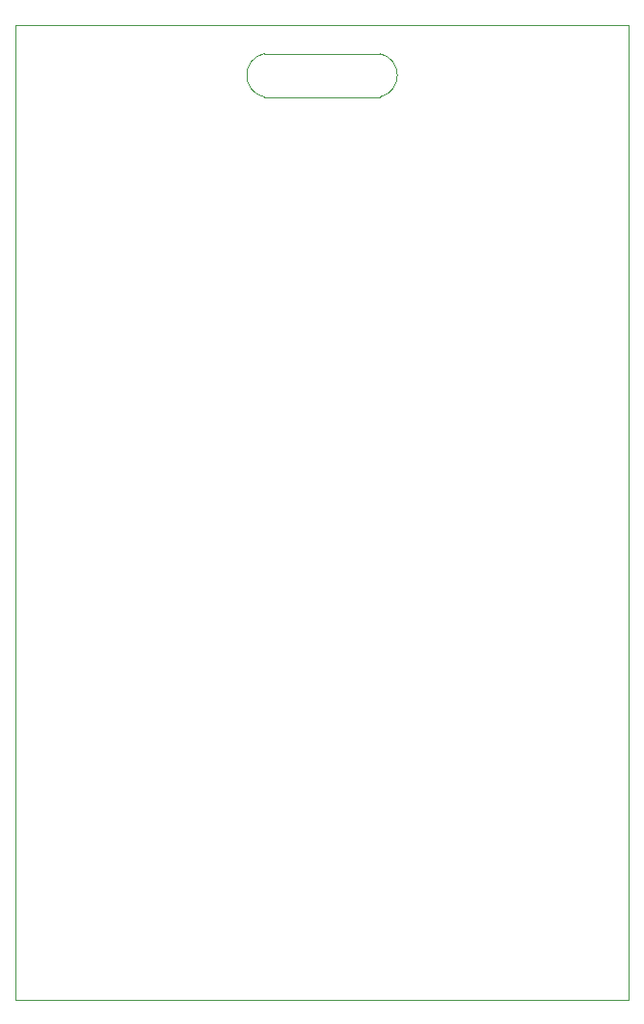
<source format=gm1>
%TF.GenerationSoftware,KiCad,Pcbnew,(6.0.6)*%
%TF.CreationDate,2022-11-23T01:26:38+07:00*%
%TF.ProjectId,555_Badge,3535355f-4261-4646-9765-2e6b69636164,v01*%
%TF.SameCoordinates,Original*%
%TF.FileFunction,Profile,NP*%
%FSLAX46Y46*%
G04 Gerber Fmt 4.6, Leading zero omitted, Abs format (unit mm)*
G04 Created by KiCad (PCBNEW (6.0.6)) date 2022-11-23 01:26:38*
%MOMM*%
%LPD*%
G01*
G04 APERTURE LIST*
%TA.AperFunction,Profile*%
%ADD10C,0.025400*%
%TD*%
G04 APERTURE END LIST*
D10*
X180848000Y-127000000D02*
X180848000Y-41402000D01*
X159004000Y-47752000D02*
G75*
G03*
X159004000Y-43942000I-421221J1905000D01*
G01*
X127000000Y-41402000D02*
X127000000Y-127000000D01*
X127000000Y-41402000D02*
X180848000Y-41402000D01*
X148844000Y-43942000D02*
G75*
G03*
X148844000Y-47752000I421218J-1905000D01*
G01*
X148844000Y-43942000D02*
X159004000Y-43942000D01*
X148844000Y-47752000D02*
X159004000Y-47752000D01*
X127000000Y-127000000D02*
X180848000Y-127000000D01*
M02*

</source>
